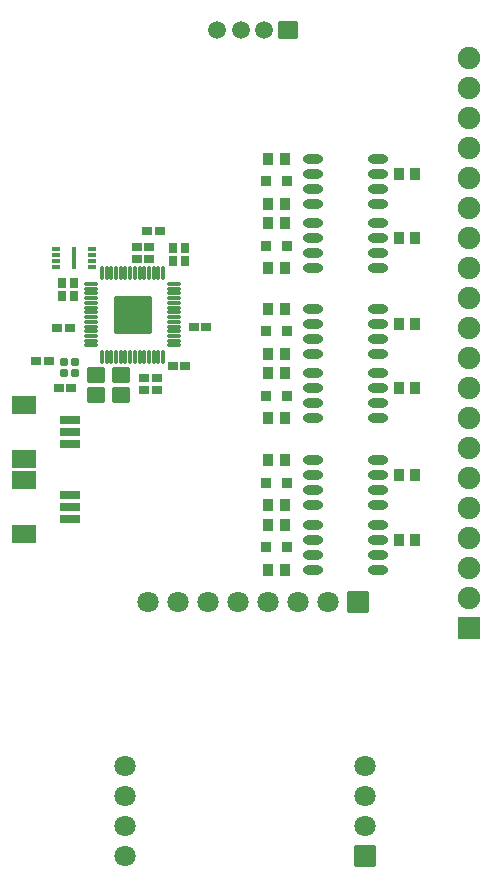
<source format=gts>
G04 Layer: TopSolderMaskLayer*
G04 EasyEDA v6.5.29, 2023-07-18 11:37:26*
G04 44a429887d2946ba859a18da238e0ce0,5a6b42c53f6a479593ecc07194224c93,10*
G04 Gerber Generator version 0.2*
G04 Scale: 100 percent, Rotated: No, Reflected: No *
G04 Dimensions in millimeters *
G04 leading zeros omitted , absolute positions ,4 integer and 5 decimal *
%FSLAX45Y45*%
%MOMM*%

%AMMACRO1*1,1,$1,$2,$3*1,1,$1,$4,$5*1,1,$1,0-$2,0-$3*1,1,$1,0-$4,0-$5*20,1,$1,$2,$3,$4,$5,0*20,1,$1,$4,$5,0-$2,0-$3,0*20,1,$1,0-$2,0-$3,0-$4,0-$5,0*20,1,$1,0-$4,0-$5,$2,$3,0*4,1,4,$2,$3,$4,$5,0-$2,0-$3,0-$4,0-$5,$2,$3,0*%
%ADD10C,1.9016*%
%ADD11MACRO1,0.1016X0.9X-0.9X0.9X0.9*%
%ADD12C,1.8016*%
%ADD13MACRO1,0.1016X0.85X-0.85X0.85X0.85*%
%ADD14MACRO1,0.1016X-0.395X-0.27X-0.395X0.27*%
%ADD15MACRO1,0.1016X0.395X-0.27X0.395X0.27*%
%ADD16MACRO1,0.1016X-0.4032X-0.432X-0.4032X0.432*%
%ADD17MACRO1,0.1016X0.4032X-0.432X0.4032X0.432*%
%ADD18MACRO1,0.1016X0.4X0.4X0.4X-0.4*%
%ADD19MACRO1,0.1016X-0.4X0.45X0.4X0.45*%
%ADD20O,1.7232122X0.8031988000000001*%
%ADD21MACRO1,0.1016X0.27X-0.395X-0.27X-0.395*%
%ADD22MACRO1,0.1016X0.27X0.395X-0.27X0.395*%
%ADD23MACRO1,0.1016X0.395X0.27X0.395X-0.27*%
%ADD24MACRO1,0.1016X-0.395X0.27X-0.395X-0.27*%
%ADD25MACRO1,0.1016X-0.27X0.395X0.27X0.395*%
%ADD26MACRO1,0.1016X-0.27X-0.395X0.27X-0.395*%
%ADD27MACRO1,0.1016X0.7X-0.6X0.7X0.6*%
%ADD28MACRO1,0.1016X-0.7X-0.6X-0.7X0.6*%
%ADD29MACRO1,0.1016X-0.7X0.6X-0.7X-0.6*%
%ADD30MACRO1,0.1016X0.7X0.6X0.7X-0.6*%
%ADD31MACRO1,0.1X-0.55X0.1X0.55X0.1*%
%ADD32MACRO1,0.1X-0.1X-0.55X-0.1X0.55*%
%ADD33MACRO1,0.1X0.55X-0.1X-0.55X-0.1*%
%ADD34MACRO1,0.1X0.1X0.55X0.1X-0.55*%
%ADD35MACRO1,0.1X-1.55X1.55X1.55X1.55*%
%ADD36MACRO1,0.1016X-0.3X0.14X0.3X0.14*%
%ADD37MACRO1,0.1016X0.15X-0.85X-0.15X-0.85*%
%ADD38MACRO1,0.1016X0.275X-0.275X-0.275X-0.275*%
%ADD39MACRO1,0.1016X0.775X0.3X0.775X-0.3*%
%ADD40MACRO1,0.1016X1X0.75X1X-0.75*%
%ADD41MACRO1,0.1016X-0.85X-0.85X0.85X-0.85*%
%ADD42C,1.5016*%
%ADD43MACRO1,0.1016X0.762X-0.7X-0.762X-0.7*%
%ADD44C,0.0126*%

%LPD*%
D10*
G01*
X3860800Y11061700D03*
D11*
G01*
X3860792Y6235700D03*
D10*
G01*
X3860800Y6489700D03*
G01*
X3860800Y6743700D03*
G01*
X3860800Y6997700D03*
G01*
X3860800Y7251700D03*
G01*
X3860800Y7505700D03*
G01*
X3860800Y7759700D03*
G01*
X3860800Y8013700D03*
G01*
X3860800Y8267700D03*
G01*
X3860800Y8521700D03*
G01*
X3860800Y8775700D03*
G01*
X3860800Y9029700D03*
G01*
X3860800Y9283700D03*
G01*
X3860800Y9537700D03*
G01*
X3860800Y9791700D03*
G01*
X3860800Y10045700D03*
G01*
X3860800Y10299700D03*
G01*
X3860800Y10553700D03*
G01*
X3860800Y10807700D03*
D12*
G01*
X952500Y5067300D03*
G01*
X952500Y4305300D03*
G01*
X952500Y4559300D03*
G01*
X952500Y4813300D03*
D13*
G01*
X2984500Y4305300D03*
D12*
G01*
X2984500Y4559300D03*
G01*
X2984500Y4813300D03*
G01*
X2984500Y5067300D03*
D14*
G01*
X1248305Y9601200D03*
D15*
G01*
X1139294Y9601200D03*
D16*
G01*
X2310524Y8940800D03*
D17*
G01*
X2159875Y8940800D03*
D18*
G01*
X2150110Y8750300D03*
G01*
X2320289Y8750300D03*
D16*
G01*
X2310524Y8394700D03*
D17*
G01*
X2159875Y8394700D03*
D18*
G01*
X2150110Y8204200D03*
G01*
X2320289Y8204200D03*
D16*
G01*
X2310524Y7658100D03*
D17*
G01*
X2159875Y7658100D03*
D18*
G01*
X2150110Y7467600D03*
G01*
X2320289Y7467600D03*
D16*
G01*
X2310524Y7112000D03*
D17*
G01*
X2159875Y7112000D03*
D18*
G01*
X2150110Y6921500D03*
G01*
X2320289Y6921500D03*
D16*
G01*
X2310524Y10210800D03*
D17*
G01*
X2159875Y10210800D03*
D16*
G01*
X2310524Y8559800D03*
D17*
G01*
X2159875Y8559800D03*
D16*
G01*
X2310524Y9283700D03*
D17*
G01*
X2159875Y9283700D03*
D16*
G01*
X2310524Y9829800D03*
D17*
G01*
X2159875Y9829800D03*
D16*
G01*
X2310524Y8013700D03*
D17*
G01*
X2159875Y8013700D03*
D16*
G01*
X2310524Y7277100D03*
D17*
G01*
X2159875Y7277100D03*
D16*
G01*
X2310524Y6731000D03*
D17*
G01*
X2159875Y6731000D03*
D16*
G01*
X2310524Y9664700D03*
D17*
G01*
X2159875Y9664700D03*
D18*
G01*
X2150110Y10020300D03*
G01*
X2320289Y10020300D03*
G01*
X2150110Y9474200D03*
G01*
X2320289Y9474200D03*
D19*
G01*
X3410099Y10083800D03*
G01*
X3270100Y10083800D03*
G01*
X3410099Y9537700D03*
G01*
X3270100Y9537700D03*
D20*
G01*
X3093389Y6730974D03*
G01*
X3093389Y6857974D03*
G01*
X3093389Y6984974D03*
G01*
X3093389Y7111974D03*
G01*
X2545410Y6730974D03*
G01*
X2545410Y6857974D03*
G01*
X2545410Y6984974D03*
G01*
X2545410Y7111974D03*
G01*
X3093389Y7277074D03*
G01*
X3093389Y7404074D03*
G01*
X3093389Y7531074D03*
G01*
X3093389Y7658074D03*
G01*
X2545410Y7277074D03*
G01*
X2545410Y7404074D03*
G01*
X2545410Y7531074D03*
G01*
X2545410Y7658074D03*
D19*
G01*
X3410099Y6985000D03*
G01*
X3270100Y6985000D03*
G01*
X3410099Y7531100D03*
G01*
X3270100Y7531100D03*
D20*
G01*
X3093389Y8013674D03*
G01*
X3093389Y8140674D03*
G01*
X3093389Y8267674D03*
G01*
X3093389Y8394674D03*
G01*
X2545410Y8013674D03*
G01*
X2545410Y8140674D03*
G01*
X2545410Y8267674D03*
G01*
X2545410Y8394674D03*
G01*
X3093389Y8559774D03*
G01*
X3093389Y8686774D03*
G01*
X3093389Y8813774D03*
G01*
X3093389Y8940774D03*
G01*
X2545410Y8559774D03*
G01*
X2545410Y8686774D03*
G01*
X2545410Y8813774D03*
G01*
X2545410Y8940774D03*
D19*
G01*
X3410099Y8267700D03*
G01*
X3270100Y8267700D03*
G01*
X3410099Y8813800D03*
G01*
X3270100Y8813800D03*
D21*
G01*
X1358900Y9452505D03*
D22*
G01*
X1358900Y9343494D03*
D23*
G01*
X1050394Y9359900D03*
D24*
G01*
X1159405Y9359900D03*
D25*
G01*
X1460500Y9343494D03*
D26*
G01*
X1460500Y9452505D03*
D27*
G01*
X702802Y8208109D03*
D28*
G01*
X922802Y8208109D03*
D29*
G01*
X922802Y8378111D03*
D30*
G01*
X702802Y8378111D03*
D23*
G01*
X389996Y8267697D03*
D24*
G01*
X499008Y8267697D03*
D23*
G01*
X1113894Y8255000D03*
D24*
G01*
X1222905Y8255000D03*
D23*
G01*
X1113894Y8356600D03*
D24*
G01*
X1222905Y8356600D03*
D31*
G01*
X660993Y9150004D03*
G01*
X660993Y9109999D03*
G01*
X660993Y9069994D03*
G01*
X660993Y9029989D03*
G01*
X660993Y8990009D03*
G01*
X660993Y8950004D03*
G01*
X660993Y8909999D03*
G01*
X660993Y8869994D03*
G01*
X660993Y8829989D03*
G01*
X660993Y8790010D03*
G01*
X660993Y8750005D03*
G01*
X660993Y8710000D03*
G01*
X660993Y8669995D03*
G01*
X660993Y8629990D03*
D32*
G01*
X756008Y8535001D03*
G01*
X795987Y8535001D03*
G01*
X835992Y8535001D03*
G01*
X875997Y8535001D03*
G01*
X916002Y8535001D03*
G01*
X956007Y8535001D03*
G01*
X995987Y8535001D03*
G01*
X1035992Y8535001D03*
G01*
X1075997Y8535001D03*
G01*
X1116002Y8535001D03*
G01*
X1156007Y8535001D03*
G01*
X1195986Y8535001D03*
G01*
X1235991Y8535001D03*
G01*
X1275996Y8535001D03*
D33*
G01*
X1371010Y8629990D03*
G01*
X1371010Y8669995D03*
G01*
X1371010Y8710000D03*
G01*
X1371010Y8750005D03*
G01*
X1371010Y8790010D03*
G01*
X1371010Y8829989D03*
G01*
X1371010Y8869994D03*
G01*
X1371010Y8909999D03*
G01*
X1371010Y8950004D03*
G01*
X1371010Y8990009D03*
G01*
X1371010Y9029989D03*
G01*
X1371010Y9069994D03*
G01*
X1371010Y9109999D03*
G01*
X1371010Y9150004D03*
D34*
G01*
X1275996Y9244992D03*
G01*
X1235991Y9244992D03*
G01*
X1195986Y9244992D03*
G01*
X1156007Y9244992D03*
G01*
X1116002Y9244992D03*
G01*
X1075997Y9244992D03*
G01*
X1035992Y9244992D03*
G01*
X995987Y9244992D03*
G01*
X956007Y9244992D03*
G01*
X916002Y9244992D03*
G01*
X875997Y9244992D03*
G01*
X835992Y9244992D03*
G01*
X795987Y9244992D03*
G01*
X756008Y9244992D03*
D35*
G01*
X1015997Y8890002D03*
D14*
G01*
X1159405Y9461500D03*
D15*
G01*
X1050394Y9461500D03*
D23*
G01*
X1355194Y8458200D03*
D24*
G01*
X1464205Y8458200D03*
D23*
G01*
X1532994Y8788400D03*
D24*
G01*
X1642005Y8788400D03*
D36*
G01*
X671441Y9297596D03*
G01*
X671441Y9347608D03*
G01*
X671441Y9397596D03*
G01*
X671441Y9447608D03*
G01*
X369958Y9297596D03*
G01*
X369958Y9347608D03*
G01*
X369958Y9397596D03*
G01*
X369958Y9447608D03*
D37*
G01*
X520697Y9372600D03*
D21*
G01*
X520702Y9160400D03*
D22*
G01*
X520702Y9051389D03*
D21*
G01*
X419102Y9160400D03*
D22*
G01*
X419102Y9051389D03*
D14*
G01*
X486305Y8775700D03*
D15*
G01*
X377294Y8775700D03*
D14*
G01*
X308505Y8496300D03*
D15*
G01*
X199494Y8496300D03*
D38*
G01*
X530104Y8397974D03*
G01*
X530104Y8492990D03*
G01*
X435081Y8492995D03*
G01*
X435082Y8397974D03*
D39*
G01*
X485851Y7999399D03*
G01*
X485851Y7899400D03*
G01*
X485851Y7799400D03*
D40*
G01*
X98351Y7669399D03*
G01*
X98351Y8129398D03*
D39*
G01*
X485851Y7364399D03*
G01*
X485851Y7264400D03*
G01*
X485851Y7164400D03*
D40*
G01*
X98351Y7034399D03*
G01*
X98351Y7494398D03*
D41*
G01*
X2923796Y6455387D03*
D12*
G01*
X2669793Y6455384D03*
G01*
X2415793Y6455384D03*
G01*
X2161793Y6455384D03*
G01*
X1907793Y6455384D03*
G01*
X1653793Y6455384D03*
G01*
X1399793Y6455384D03*
G01*
X1145793Y6455384D03*
D20*
G01*
X3093389Y9829774D03*
G01*
X3093389Y9956774D03*
G01*
X3093389Y10083774D03*
G01*
X3093389Y10210774D03*
G01*
X2545410Y9829774D03*
G01*
X2545410Y9956774D03*
G01*
X2545410Y10083774D03*
G01*
X2545410Y10210774D03*
G01*
X3093389Y9283674D03*
G01*
X3093389Y9410674D03*
G01*
X3093389Y9537674D03*
G01*
X3093389Y9664674D03*
G01*
X2545410Y9283674D03*
G01*
X2545410Y9410674D03*
G01*
X2545410Y9537674D03*
G01*
X2545410Y9664674D03*
D42*
G01*
X1732000Y11302974D03*
G01*
X1932000Y11302974D03*
G01*
X2131999Y11302974D03*
D43*
G01*
X2331994Y11302977D03*
M02*

</source>
